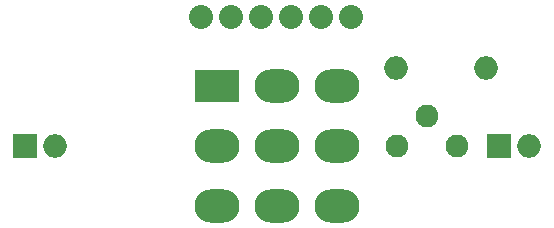
<source format=gbr>
G04 #@! TF.GenerationSoftware,KiCad,Pcbnew,(5.1.9-0-10_14)*
G04 #@! TF.CreationDate,2021-07-10T16:18:32+02:00*
G04 #@! TF.ProjectId,3pdt-switch,33706474-2d73-4776-9974-63682e6b6963,rev?*
G04 #@! TF.SameCoordinates,Original*
G04 #@! TF.FileFunction,Soldermask,Bot*
G04 #@! TF.FilePolarity,Negative*
%FSLAX46Y46*%
G04 Gerber Fmt 4.6, Leading zero omitted, Abs format (unit mm)*
G04 Created by KiCad (PCBNEW (5.1.9-0-10_14)) date 2021-07-10 16:18:32*
%MOMM*%
%LPD*%
G01*
G04 APERTURE LIST*
%ADD10R,3.816000X2.816000*%
%ADD11O,3.816000X2.816000*%
%ADD12O,1.930400X1.930400*%
%ADD13O,2.000000X2.000000*%
%ADD14O,2.032000X2.032000*%
%ADD15R,2.000000X2.000000*%
G04 APERTURE END LIST*
D10*
X109220000Y-91325700D03*
D11*
X109220000Y-96405700D03*
X109220000Y-101485700D03*
X114300000Y-91325700D03*
X114300000Y-96405700D03*
X114300000Y-101485700D03*
X119380000Y-91325700D03*
X119380000Y-96405700D03*
X119380000Y-101485700D03*
D12*
X129540000Y-96393000D03*
X127000000Y-93853000D03*
X124460000Y-96393000D03*
D13*
X131953000Y-89789000D03*
X124333000Y-89789000D03*
D14*
X120523000Y-85471000D03*
X117983000Y-85471000D03*
X112903000Y-85471000D03*
X115443000Y-85471000D03*
X107823000Y-85471000D03*
X110363000Y-85471000D03*
D13*
X95504000Y-96405700D03*
D15*
X92964000Y-96405700D03*
D13*
X135636000Y-96405700D03*
D15*
X133096000Y-96405700D03*
M02*

</source>
